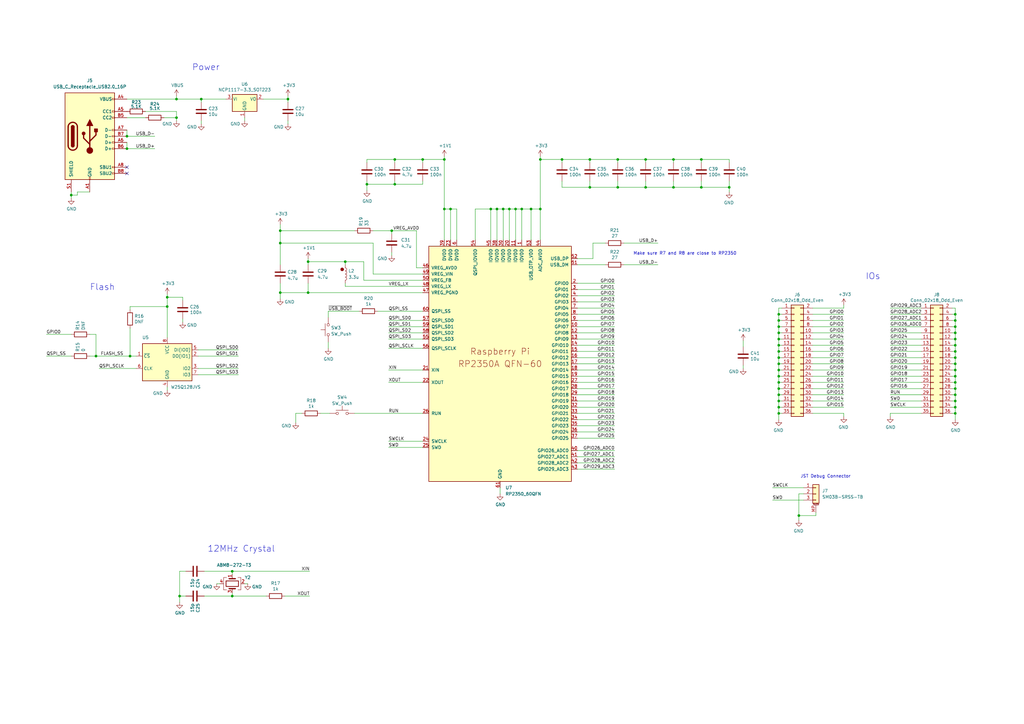
<source format=kicad_sch>
(kicad_sch (version 20231120) (generator "eeschema") (generator_version "8.0")
  (paper "A3")
  (junction (at 211.455 85.725))
  (junction (at 173.355 65.405))
  (junction (at 114.935 120.015))
  (junction (at 213.995 85.725))
  (junction (at 391.795 131.445))
  (junction (at 319.405 151.765))
  (junction (at 327.66 211.455))
  (junction (at 114.935 99.695))
  (junction (at 319.405 164.465))
  (junction (at 182.245 65.405))
  (junction (at 241.935 76.835))
  (junction (at 203.835 85.725))
  (junction (at 319.405 146.685))
  (junction (at 264.795 76.835))
  (junction (at 276.225 76.835))
  (junction (at 391.795 144.145))
  (junction (at 68.58 125.73))
  (junction (at 391.795 164.465))
  (junction (at 319.405 154.305))
  (junction (at 319.405 131.445))
  (junction (at 95.25 244.475))
  (junction (at 391.795 156.845))
  (junction (at 126.365 120.015))
  (junction (at 391.795 154.305))
  (junction (at 391.795 169.545))
  (junction (at 221.615 85.725))
  (junction (at 319.405 141.605))
  (junction (at 253.365 65.405))
  (junction (at 319.405 149.225))
  (junction (at 319.405 159.385))
  (junction (at 391.795 136.525))
  (junction (at 319.405 167.005))
  (junction (at 150.495 75.565))
  (junction (at 217.805 85.725))
  (junction (at 319.405 144.145))
  (junction (at 391.795 146.685))
  (junction (at 241.935 65.405))
  (junction (at 118.11 40.64))
  (junction (at 126.365 107.315))
  (junction (at 114.935 94.615))
  (junction (at 73.66 244.475))
  (junction (at 68.58 121.92))
  (junction (at 391.795 149.225))
  (junction (at 52.07 60.96))
  (junction (at 391.795 139.065))
  (junction (at 160.655 94.615))
  (junction (at 72.39 40.64))
  (junction (at 29.21 80.01))
  (junction (at 319.405 161.925))
  (junction (at 253.365 76.835))
  (junction (at 201.295 85.725))
  (junction (at 39.37 146.05))
  (junction (at 287.655 65.405))
  (junction (at 391.795 133.985))
  (junction (at 287.655 76.835))
  (junction (at 72.39 48.26))
  (junction (at 206.375 85.725))
  (junction (at 182.245 85.725))
  (junction (at 391.795 167.005))
  (junction (at 276.225 65.405))
  (junction (at 264.795 65.405))
  (junction (at 319.405 169.545))
  (junction (at 53.34 146.05))
  (junction (at 161.925 65.405))
  (junction (at 208.915 85.725))
  (junction (at 319.405 136.525))
  (junction (at 319.405 139.065))
  (junction (at 221.615 65.405))
  (junction (at 391.795 128.905))
  (junction (at 319.405 133.985))
  (junction (at 184.785 85.725))
  (junction (at 391.795 161.925))
  (junction (at 230.505 65.405))
  (junction (at 141.605 107.315))
  (junction (at 52.07 55.88))
  (junction (at 161.925 75.565))
  (junction (at 319.405 128.905))
  (junction (at 95.25 234.315))
  (junction (at 391.795 159.385))
  (junction (at 319.405 156.845))
  (junction (at 391.795 141.605))
  (junction (at 299.085 76.835))
  (junction (at 391.795 151.765))
  (junction (at 82.55 40.64))
  (no_connect (at 52.07 71.12))
  (no_connect (at 52.07 68.58))
  (wire (pts (xy 149.225 114.935) (xy 149.225 107.315)))
  (wire (pts (xy 304.8 149.86) (xy 304.8 151.13)))
  (wire (pts (xy 221.615 65.405) (xy 230.505 65.405)))
  (wire (pts (xy 391.795 146.685) (xy 391.795 149.225)))
  (wire (pts (xy 74.93 130.81) (xy 74.93 132.08)))
  (wire (pts (xy 173.355 127.635) (xy 154.94 127.635)))
  (wire (pts (xy 100.33 48.26) (xy 100.33 49.53)))
  (wire (pts (xy 390.525 154.305) (xy 391.795 154.305)))
  (wire (pts (xy 319.405 151.765) (xy 319.405 154.305)))
  (wire (pts (xy 95.25 244.475) (xy 109.22 244.475)))
  (wire (pts (xy 170.815 109.855) (xy 173.355 109.855)))
  (wire (pts (xy 391.795 167.005) (xy 391.795 169.545)))
  (wire (pts (xy 173.355 142.875) (xy 159.385 142.875)))
  (wire (pts (xy 159.385 133.985) (xy 173.355 133.985)))
  (wire (pts (xy 72.39 39.37) (xy 72.39 40.64)))
  (wire (pts (xy 236.855 123.825) (xy 252.095 123.825)))
  (wire (pts (xy 390.525 126.365) (xy 391.795 126.365)))
  (wire (pts (xy 81.28 146.05) (xy 97.79 146.05)))
  (wire (pts (xy 19.05 137.16) (xy 29.21 137.16)))
  (wire (pts (xy 150.495 74.295) (xy 150.495 75.565)))
  (wire (pts (xy 287.655 66.675) (xy 287.655 65.405)))
  (wire (pts (xy 236.855 126.365) (xy 252.095 126.365)))
  (wire (pts (xy 131.445 169.545) (xy 135.255 169.545)))
  (wire (pts (xy 123.825 169.545) (xy 121.285 169.545)))
  (wire (pts (xy 319.405 128.905) (xy 319.405 131.445)))
  (wire (pts (xy 31.75 78.74) (xy 36.83 78.74)))
  (wire (pts (xy 114.935 94.615) (xy 114.935 99.695)))
  (wire (pts (xy 114.935 99.695) (xy 114.935 108.585)))
  (wire (pts (xy 346.075 151.765) (xy 333.375 151.765)))
  (wire (pts (xy 81.28 143.51) (xy 97.79 143.51)))
  (wire (pts (xy 203.835 98.425) (xy 203.835 85.725)))
  (wire (pts (xy 391.795 149.225) (xy 391.795 151.765)))
  (wire (pts (xy 141.605 117.475) (xy 141.605 116.205)))
  (wire (pts (xy 346.075 139.065) (xy 333.375 139.065)))
  (wire (pts (xy 320.675 128.905) (xy 319.405 128.905)))
  (wire (pts (xy 160.655 94.615) (xy 160.655 95.885)))
  (wire (pts (xy 236.855 146.685) (xy 252.095 146.685)))
  (wire (pts (xy 391.795 151.765) (xy 391.795 154.305)))
  (wire (pts (xy 365.125 170.815) (xy 365.125 169.545)))
  (wire (pts (xy 390.525 139.065) (xy 391.795 139.065)))
  (wire (pts (xy 391.795 126.365) (xy 391.795 128.905)))
  (wire (pts (xy 72.39 45.72) (xy 72.39 48.26)))
  (wire (pts (xy 390.525 169.545) (xy 391.795 169.545)))
  (wire (pts (xy 236.855 106.045) (xy 243.205 106.045)))
  (wire (pts (xy 83.82 244.475) (xy 95.25 244.475)))
  (wire (pts (xy 320.675 167.005) (xy 319.405 167.005)))
  (wire (pts (xy 377.825 131.445) (xy 365.125 131.445)))
  (wire (pts (xy 377.825 151.765) (xy 365.125 151.765)))
  (wire (pts (xy 208.915 98.425) (xy 208.915 85.725)))
  (wire (pts (xy 241.935 65.405) (xy 253.365 65.405)))
  (wire (pts (xy 346.075 149.225) (xy 333.375 149.225)))
  (wire (pts (xy 377.825 136.525) (xy 365.125 136.525)))
  (wire (pts (xy 236.855 169.545) (xy 252.095 169.545)))
  (wire (pts (xy 74.93 121.92) (xy 68.58 121.92)))
  (wire (pts (xy 236.855 192.405) (xy 252.095 192.405)))
  (wire (pts (xy 95.25 234.315) (xy 127 234.315)))
  (wire (pts (xy 320.675 131.445) (xy 319.405 131.445)))
  (wire (pts (xy 319.405 131.445) (xy 319.405 133.985)))
  (wire (pts (xy 320.675 161.925) (xy 319.405 161.925)))
  (wire (pts (xy 243.205 99.695) (xy 248.285 99.695)))
  (wire (pts (xy 236.855 184.785) (xy 252.095 184.785)))
  (wire (pts (xy 390.525 133.985) (xy 391.795 133.985)))
  (wire (pts (xy 377.825 159.385) (xy 365.125 159.385)))
  (wire (pts (xy 159.385 131.445) (xy 173.355 131.445)))
  (wire (pts (xy 236.855 154.305) (xy 252.095 154.305)))
  (wire (pts (xy 346.075 144.145) (xy 333.375 144.145)))
  (wire (pts (xy 327.66 211.455) (xy 334.645 211.455)))
  (wire (pts (xy 264.795 76.835) (xy 253.365 76.835)))
  (wire (pts (xy 319.405 139.065) (xy 319.405 141.605)))
  (wire (pts (xy 134.62 127.635) (xy 134.62 130.175)))
  (wire (pts (xy 319.405 159.385) (xy 319.405 161.925)))
  (wire (pts (xy 36.83 146.05) (xy 39.37 146.05)))
  (wire (pts (xy 319.405 169.545) (xy 319.405 172.085)))
  (wire (pts (xy 320.675 139.065) (xy 319.405 139.065)))
  (wire (pts (xy 299.085 66.675) (xy 299.085 65.405)))
  (wire (pts (xy 126.365 120.015) (xy 173.355 120.015)))
  (wire (pts (xy 31.75 78.74) (xy 31.75 80.01)))
  (wire (pts (xy 221.615 65.405) (xy 221.615 85.725)))
  (wire (pts (xy 320.675 144.145) (xy 319.405 144.145)))
  (wire (pts (xy 390.525 128.905) (xy 391.795 128.905)))
  (wire (pts (xy 253.365 76.835) (xy 241.935 76.835)))
  (wire (pts (xy 63.5 55.88) (xy 52.07 55.88)))
  (wire (pts (xy 53.34 127) (xy 53.34 125.73)))
  (wire (pts (xy 346.075 141.605) (xy 333.375 141.605)))
  (wire (pts (xy 206.375 98.425) (xy 206.375 85.725)))
  (wire (pts (xy 377.825 141.605) (xy 365.125 141.605)))
  (wire (pts (xy 72.39 40.64) (xy 82.55 40.64)))
  (wire (pts (xy 276.225 66.675) (xy 276.225 65.405)))
  (wire (pts (xy 116.84 244.475) (xy 127 244.475)))
  (wire (pts (xy 114.935 116.205) (xy 114.935 120.015)))
  (wire (pts (xy 161.925 65.405) (xy 173.355 65.405)))
  (wire (pts (xy 92.71 40.64) (xy 82.55 40.64)))
  (wire (pts (xy 320.675 164.465) (xy 319.405 164.465)))
  (wire (pts (xy 182.245 65.405) (xy 182.245 85.725)))
  (wire (pts (xy 390.525 141.605) (xy 391.795 141.605)))
  (wire (pts (xy 391.795 169.545) (xy 391.795 172.085)))
  (wire (pts (xy 173.355 66.675) (xy 173.355 65.405)))
  (wire (pts (xy 121.285 169.545) (xy 121.285 173.355)))
  (wire (pts (xy 19.05 146.05) (xy 29.21 146.05)))
  (wire (pts (xy 243.205 99.695) (xy 243.205 106.045)))
  (wire (pts (xy 173.355 156.845) (xy 159.385 156.845)))
  (wire (pts (xy 391.795 131.445) (xy 391.795 133.985)))
  (wire (pts (xy 107.95 40.64) (xy 118.11 40.64)))
  (wire (pts (xy 320.675 149.225) (xy 319.405 149.225)))
  (wire (pts (xy 63.5 60.96) (xy 52.07 60.96)))
  (wire (pts (xy 173.355 180.975) (xy 159.385 180.975)))
  (wire (pts (xy 68.58 158.75) (xy 68.58 160.02)))
  (wire (pts (xy 150.495 75.565) (xy 150.495 78.105)))
  (wire (pts (xy 118.11 41.91) (xy 118.11 40.64)))
  (wire (pts (xy 52.07 48.26) (xy 59.69 48.26)))
  (wire (pts (xy 319.405 156.845) (xy 319.405 159.385)))
  (wire (pts (xy 390.525 149.225) (xy 391.795 149.225)))
  (wire (pts (xy 230.505 65.405) (xy 241.935 65.405)))
  (wire (pts (xy 52.07 40.64) (xy 72.39 40.64)))
  (wire (pts (xy 114.935 120.015) (xy 114.935 122.555)))
  (wire (pts (xy 95.25 235.585) (xy 95.25 234.315)))
  (wire (pts (xy 72.39 49.53) (xy 72.39 48.26)))
  (wire (pts (xy 194.945 85.725) (xy 201.295 85.725)))
  (wire (pts (xy 320.675 146.685) (xy 319.405 146.685)))
  (wire (pts (xy 236.855 149.225) (xy 252.095 149.225)))
  (wire (pts (xy 236.855 172.085) (xy 252.095 172.085)))
  (wire (pts (xy 236.855 128.905) (xy 252.095 128.905)))
  (wire (pts (xy 118.11 40.64) (xy 118.11 39.37)))
  (wire (pts (xy 173.355 114.935) (xy 149.225 114.935)))
  (wire (pts (xy 346.075 154.305) (xy 333.375 154.305)))
  (wire (pts (xy 299.085 74.295) (xy 299.085 76.835)))
  (wire (pts (xy 126.365 106.045) (xy 126.365 107.315)))
  (wire (pts (xy 114.935 92.075) (xy 114.935 94.615)))
  (wire (pts (xy 319.405 133.985) (xy 319.405 136.525)))
  (wire (pts (xy 287.655 74.295) (xy 287.655 76.835)))
  (wire (pts (xy 276.225 65.405) (xy 287.655 65.405)))
  (wire (pts (xy 150.495 75.565) (xy 161.925 75.565)))
  (wire (pts (xy 334.645 210.185) (xy 334.645 211.455)))
  (wire (pts (xy 390.525 161.925) (xy 391.795 161.925)))
  (wire (pts (xy 287.655 76.835) (xy 276.225 76.835)))
  (wire (pts (xy 236.855 116.205) (xy 252.095 116.205)))
  (wire (pts (xy 39.37 146.05) (xy 53.34 146.05)))
  (wire (pts (xy 391.795 159.385) (xy 391.795 161.925)))
  (wire (pts (xy 236.855 167.005) (xy 252.095 167.005)))
  (wire (pts (xy 346.075 126.365) (xy 333.375 126.365)))
  (wire (pts (xy 390.525 144.145) (xy 391.795 144.145)))
  (wire (pts (xy 320.675 136.525) (xy 319.405 136.525)))
  (wire (pts (xy 182.245 64.135) (xy 182.245 65.405)))
  (wire (pts (xy 390.525 159.385) (xy 391.795 159.385)))
  (wire (pts (xy 173.355 75.565) (xy 173.355 74.295)))
  (wire (pts (xy 319.405 167.005) (xy 319.405 169.545)))
  (wire (pts (xy 150.495 66.675) (xy 150.495 65.405)))
  (wire (pts (xy 159.385 139.065) (xy 173.355 139.065)))
  (wire (pts (xy 390.525 156.845) (xy 391.795 156.845)))
  (wire (pts (xy 211.455 98.425) (xy 211.455 85.725)))
  (wire (pts (xy 253.365 66.675) (xy 253.365 65.405)))
  (wire (pts (xy 236.855 161.925) (xy 252.095 161.925)))
  (wire (pts (xy 83.82 234.315) (xy 95.25 234.315)))
  (wire (pts (xy 320.675 159.385) (xy 319.405 159.385)))
  (wire (pts (xy 346.075 161.925) (xy 333.375 161.925)))
  (wire (pts (xy 319.405 146.685) (xy 319.405 149.225)))
  (wire (pts (xy 39.37 137.16) (xy 39.37 146.05)))
  (wire (pts (xy 287.655 65.405) (xy 299.085 65.405)))
  (wire (pts (xy 211.455 85.725) (xy 213.995 85.725)))
  (wire (pts (xy 206.375 85.725) (xy 208.915 85.725)))
  (wire (pts (xy 241.935 66.675) (xy 241.935 65.405)))
  (wire (pts (xy 88.9 239.395) (xy 90.17 239.395)))
  (wire (pts (xy 36.83 137.16) (xy 39.37 137.16)))
  (wire (pts (xy 173.355 183.515) (xy 159.385 183.515)))
  (wire (pts (xy 236.855 108.585) (xy 248.285 108.585)))
  (wire (pts (xy 287.655 76.835) (xy 299.085 76.835)))
  (wire (pts (xy 141.605 107.315) (xy 141.605 108.585)))
  (wire (pts (xy 377.825 144.145) (xy 365.125 144.145)))
  (wire (pts (xy 327.66 211.455) (xy 327.66 213.36)))
  (wire (pts (xy 159.385 151.765) (xy 173.355 151.765)))
  (wire (pts (xy 126.365 108.585) (xy 126.365 107.315)))
  (wire (pts (xy 346.075 156.845) (xy 333.375 156.845)))
  (wire (pts (xy 161.925 66.675) (xy 161.925 65.405)))
  (wire (pts (xy 304.8 139.7) (xy 304.8 142.24)))
  (wire (pts (xy 217.805 98.425) (xy 217.805 85.725)))
  (wire (pts (xy 68.58 125.73) (xy 68.58 138.43)))
  (wire (pts (xy 391.795 139.065) (xy 391.795 141.605)))
  (wire (pts (xy 327.66 202.565) (xy 327.66 211.455)))
  (wire (pts (xy 236.855 121.285) (xy 252.095 121.285)))
  (wire (pts (xy 253.365 65.405) (xy 264.795 65.405)))
  (wire (pts (xy 346.075 167.005) (xy 333.375 167.005)))
  (wire (pts (xy 221.615 64.135) (xy 221.615 65.405)))
  (wire (pts (xy 299.085 76.835) (xy 299.085 78.74)))
  (wire (pts (xy 201.295 85.725) (xy 203.835 85.725)))
  (wire (pts (xy 53.34 125.73) (xy 68.58 125.73)))
  (wire (pts (xy 194.945 98.425) (xy 194.945 85.725)))
  (wire (pts (xy 153.035 99.695) (xy 153.035 112.395)))
  (wire (pts (xy 95.25 243.205) (xy 95.25 244.475)))
  (wire (pts (xy 319.405 154.305) (xy 319.405 156.845)))
  (wire (pts (xy 68.58 120.65) (xy 68.58 121.92)))
  (wire (pts (xy 149.225 107.315) (xy 141.605 107.315)))
  (wire (pts (xy 377.825 154.305) (xy 365.125 154.305)))
  (wire (pts (xy 377.825 146.685) (xy 365.125 146.685)))
  (wire (pts (xy 320.675 133.985) (xy 319.405 133.985)))
  (wire (pts (xy 236.855 187.325) (xy 252.095 187.325)))
  (wire (pts (xy 390.525 167.005) (xy 391.795 167.005)))
  (wire (pts (xy 346.075 169.545) (xy 333.375 169.545)))
  (wire (pts (xy 134.62 140.335) (xy 134.62 142.875)))
  (wire (pts (xy 390.525 164.465) (xy 391.795 164.465)))
  (wire (pts (xy 329.565 202.565) (xy 327.66 202.565)))
  (wire (pts (xy 81.28 151.13) (xy 97.79 151.13)))
  (wire (pts (xy 53.34 146.05) (xy 55.88 146.05)))
  (wire (pts (xy 390.525 151.765) (xy 391.795 151.765)))
  (wire (pts (xy 319.405 161.925) (xy 319.405 164.465)))
  (wire (pts (xy 81.28 153.67) (xy 97.79 153.67)))
  (wire (pts (xy 320.675 169.545) (xy 319.405 169.545)))
  (wire (pts (xy 236.855 179.705) (xy 252.095 179.705)))
  (wire (pts (xy 53.34 134.62) (xy 53.34 146.05)))
  (wire (pts (xy 236.855 177.165) (xy 252.095 177.165)))
  (wire (pts (xy 208.915 85.725) (xy 211.455 85.725)))
  (wire (pts (xy 391.795 144.145) (xy 391.795 146.685)))
  (wire (pts (xy 377.825 149.225) (xy 365.125 149.225)))
  (wire (pts (xy 377.825 126.365) (xy 365.125 126.365)))
  (wire (pts (xy 391.795 154.305) (xy 391.795 156.845)))
  (wire (pts (xy 391.795 133.985) (xy 391.795 136.525)))
  (wire (pts (xy 377.825 139.065) (xy 365.125 139.065)))
  (wire (pts (xy 72.39 48.26) (xy 67.31 48.26)))
  (wire (pts (xy 68.58 121.92) (xy 68.58 125.73)))
  (wire (pts (xy 73.66 234.315) (xy 73.66 244.475)))
  (wire (pts (xy 346.075 146.685) (xy 333.375 146.685)))
  (wire (pts (xy 377.825 133.985) (xy 365.125 133.985)))
  (wire (pts (xy 236.855 136.525) (xy 252.095 136.525)))
  (wire (pts (xy 346.075 131.445) (xy 333.375 131.445)))
  (wire (pts (xy 182.245 85.725) (xy 182.245 98.425)))
  (wire (pts (xy 377.825 156.845) (xy 365.125 156.845)))
  (wire (pts (xy 221.615 85.725) (xy 221.615 98.425)))
  (wire (pts (xy 346.075 133.985) (xy 333.375 133.985)))
  (wire (pts (xy 161.925 75.565) (xy 173.355 75.565)))
  (wire (pts (xy 255.905 99.695) (xy 269.875 99.695)))
  (wire (pts (xy 391.795 156.845) (xy 391.795 159.385)))
  (wire (pts (xy 377.825 128.905) (xy 365.125 128.905)))
  (wire (pts (xy 319.405 164.465) (xy 319.405 167.005)))
  (wire (pts (xy 100.33 239.395) (xy 101.6 239.395)))
  (wire (pts (xy 82.55 41.91) (xy 82.55 40.64)))
  (wire (pts (xy 391.795 141.605) (xy 391.795 144.145)))
  (wire (pts (xy 255.905 108.585) (xy 269.875 108.585)))
  (wire (pts (xy 118.11 49.53) (xy 118.11 50.8)))
  (wire (pts (xy 264.795 74.295) (xy 264.795 76.835)))
  (wire (pts (xy 236.855 139.065) (xy 252.095 139.065)))
  (wire (pts (xy 276.225 74.295) (xy 276.225 76.835)))
  (wire (pts (xy 160.655 94.615) (xy 170.815 94.615)))
  (wire (pts (xy 29.21 80.01) (xy 29.21 81.28)))
  (wire (pts (xy 184.785 85.725) (xy 187.325 85.725)))
  (wire (pts (xy 141.605 117.475) (xy 173.355 117.475)))
  (wire (pts (xy 391.795 161.925) (xy 391.795 164.465)))
  (wire (pts (xy 150.495 65.405) (xy 161.925 65.405)))
  (wire (pts (xy 276.225 76.835) (xy 264.795 76.835)))
  (wire (pts (xy 203.835 85.725) (xy 206.375 85.725)))
  (wire (pts (xy 236.855 144.145) (xy 252.095 144.145)))
  (wire (pts (xy 145.415 169.545) (xy 173.355 169.545)))
  (wire (pts (xy 161.925 74.295) (xy 161.925 75.565)))
  (wire (pts (xy 320.675 151.765) (xy 319.405 151.765)))
  (wire (pts (xy 126.365 107.315) (xy 141.605 107.315)))
  (wire (pts (xy 217.805 85.725) (xy 221.615 85.725)))
  (wire (pts (xy 52.07 53.34) (xy 52.07 55.88)))
  (wire (pts (xy 170.815 94.615) (xy 170.815 109.855)))
  (wire (pts (xy 236.855 133.985) (xy 252.095 133.985)))
  (wire (pts (xy 236.855 174.625) (xy 252.095 174.625)))
  (wire (pts (xy 316.865 200.025) (xy 329.565 200.025)))
  (wire (pts (xy 213.995 85.725) (xy 217.805 85.725)))
  (wire (pts (xy 76.2 244.475) (xy 73.66 244.475)))
  (wire (pts (xy 377.825 161.925) (xy 365.125 161.925)))
  (wire (pts (xy 213.995 85.725) (xy 213.995 98.425)))
  (wire (pts (xy 264.795 66.675) (xy 264.795 65.405)))
  (wire (pts (xy 40.64 151.13) (xy 55.88 151.13)))
  (wire (pts (xy 236.855 118.745) (xy 252.095 118.745)))
  (wire (pts (xy 319.405 136.525) (xy 319.405 139.065)))
  (wire (pts (xy 319.405 141.605) (xy 319.405 144.145)))
  (wire (pts (xy 253.365 74.295) (xy 253.365 76.835)))
  (wire (pts (xy 320.675 141.605) (xy 319.405 141.605)))
  (wire (pts (xy 31.75 80.01) (xy 29.21 80.01)))
  (wire (pts (xy 160.655 104.775) (xy 160.655 103.505)))
  (wire (pts (xy 236.855 159.385) (xy 252.095 159.385)))
  (wire (pts (xy 377.825 167.005) (xy 365.125 167.005)))
  (wire (pts (xy 391.795 164.465) (xy 391.795 167.005)))
  (wire (pts (xy 114.935 120.015) (xy 126.365 120.015)))
  (wire (pts (xy 236.855 131.445) (xy 252.095 131.445)))
  (wire (pts (xy 184.785 98.425) (xy 184.785 85.725)))
  (wire (pts (xy 184.785 85.725) (xy 182.245 85.725)))
  (wire (pts (xy 59.69 45.72) (xy 72.39 45.72)))
  (wire (pts (xy 29.21 78.74) (xy 29.21 80.01)))
  (wire (pts (xy 236.855 151.765) (xy 252.095 151.765)))
  (wire (pts (xy 390.525 131.445) (xy 391.795 131.445)))
  (wire (pts (xy 320.675 154.305) (xy 319.405 154.305)))
  (wire (pts (xy 205.105 200.025) (xy 205.105 202.565)))
  (wire (pts (xy 52.07 58.42) (xy 52.07 60.96)))
  (wire (pts (xy 173.355 65.405) (xy 182.245 65.405)))
  (wire (pts (xy 319.405 126.365) (xy 319.405 128.905)))
  (wire (pts (xy 346.075 126.365) (xy 346.075 125.095)))
  (wire (pts (xy 201.295 98.425) (xy 201.295 85.725)))
  (wire (pts (xy 346.075 136.525) (xy 333.375 136.525)))
  (wire (pts (xy 159.385 136.525) (xy 173.355 136.525)))
  (wire (pts (xy 319.405 149.225) (xy 319.405 151.765)))
  (wire (pts (xy 76.2 234.315) (xy 73.66 234.315)))
  (wire (pts (xy 346.075 164.465) (xy 333.375 164.465)))
  (wire (pts (xy 73.66 244.475) (xy 73.66 247.015)))
  (wire (pts (xy 365.125 169.545) (xy 377.825 169.545)))
  (wire (pts (xy 236.855 164.465) (xy 252.095 164.465)))
  (wire (pts (xy 241.935 74.295) (xy 241.935 76.835)))
  (wire (pts (xy 264.795 65.405) (xy 276.225 65.405)))
  (wire (pts (xy 320.675 156.845) (xy 319.405 156.845)))
  (wire (pts (xy 147.32 127.635) (xy 134.62 127.635)))
  (wire (pts (xy 377.825 164.465) (xy 365.125 164.465)))
  (wire (pts (xy 236.855 141.605) (xy 252.095 141.605)))
  (wire (pts (xy 391.795 136.525) (xy 391.795 139.065)))
  (wire (pts (xy 241.935 76.835) (xy 230.505 76.835)))
  (wire (pts (xy 153.035 94.615) (xy 160.655 94.615)))
  (wire (pts (xy 230.505 66.675) (xy 230.505 65.405)))
  (wire (pts (xy 346.075 170.815) (xy 346.075 169.545)))
  (wire (pts (xy 320.675 126.365) (xy 319.405 126.365)))
  (wire (pts (xy 236.855 156.845) (xy 252.095 156.845)))
  (wire (pts (xy 346.075 159.385) (xy 333.375 159.385)))
  (wire (pts (xy 82.55 49.53) (xy 82.55 50.8)))
  (wire (pts (xy 346.075 128.905) (xy 333.375 128.905)))
  (wire (pts (xy 316.865 205.105) (xy 329.565 205.105)))
  (wire (pts (xy 391.795 128.905) (xy 391.795 131.445)))
  (wire (pts (xy 153.035 112.395) (xy 173.355 112.395)))
  (wire (pts (xy 74.93 123.19) (xy 74.93 121.92)))
  (wire (pts (xy 390.525 136.525) (xy 391.795 136.525)))
  (wire (pts (xy 126.365 116.205) (xy 126.365 120.015)))
  (wire (pts (xy 114.935 94.615) (xy 145.415 94.615)))
  (wire (pts (xy 390.525 146.685) (xy 391.795 146.685)))
  (wire (pts (xy 187.325 85.725) (xy 187.325 98.425)))
  (wire (pts (xy 319.405 144.145) (xy 319.405 146.685)))
  (wire (pts (xy 114.935 99.695) (xy 153.035 99.695)))
  (wire (pts (xy 236.855 189.865) (xy 252.095 189.865)))
  (wire (pts (xy 230.505 74.295) (xy 230.505 76.835)))
  (circle (center 140.335 110.49) (radius 0.635) (stroke (width 0) (color 132 0 0 1)) (fill (type color) (color 132 0 0 1)))
  (text "Power" (at 78.74 29.21 0) (effects (font (size 2.54 2.54)) (justify left bottom)))
  (text "Flash" (at 36.83 119.38 0) (effects (font (size 2.54 2.54)) (justify left bottom)))
  (text "Make sure R7 and R8 are close to RP2350\n" (at 259.715 104.775 0) (effects (font (size 1.27 1.27)) (justify left bottom)))
  (text "12MHz Crystal" (at 85.09 226.695 0) (effects (font (size 2.54 2.54)) (justify left bottom)))
  (text "IOs" (at 354.965 114.935 0) (effects (font (size 2.54 2.54)) (justify left bottom)))
  (text "JST Debug Connector" (at 328.295 196.215 0) (effects (font (size 1.27 1.27)) (justify left bottom)))
  (label "GPIO6" (at 346.075 144.145 180))
  (label "XOUT" (at 127 244.475 180))
  (label "USB_D+" (at 63.5 60.96 180))
  (label "VREG_AVDD" (at 161.29 94.615 0))
  (label "QSPI_SD3" (at 159.385 139.065 0))
  (label "GPIO9" (at 346.075 151.765 180))
  (label "GPIO8" (at 346.075 149.225 180))
  (label "GPIO0" (at 252.095 116.205 180))
  (label "GPIO25" (at 252.095 179.705 180))
  (label "GPIO18" (at 365.125 154.305 0))
  (label "GPIO2" (at 346.075 133.985 180))
  (label "GPIO19" (at 252.095 164.465 180))
  (label "GPIO22" (at 252.095 172.085 180))
  (label "GPIO4" (at 346.075 139.065 180))
  (label "GPIO26_ADC0" (at 252.095 184.785 180))
  (label "SWD" (at 159.385 183.515 0))
  (label "GPIO27_ADC1" (at 252.095 187.325 180))
  (label "GPIO3" (at 346.075 136.525 180))
  (label "QSPI_SD1" (at 159.385 133.985 0))
  (label "GPIO28_ADC2" (at 252.095 189.865 180))
  (label "QSPI_SCLK" (at 40.64 151.13 0))
  (label "XIN" (at 159.385 151.765 0))
  (label "VREG_LX" (at 159.385 117.475 0))
  (label "GPIO10" (at 346.075 154.305 180))
  (label "GPIO11" (at 346.075 156.845 180))
  (label "GPIO23" (at 365.125 141.605 0))
  (label "GPIO20" (at 252.095 167.005 180))
  (label "GPIO14" (at 346.075 164.465 180))
  (label "GPIO12" (at 252.095 146.685 180))
  (label "GPIO15" (at 346.075 167.005 180))
  (label "GPIO25" (at 365.125 136.525 0))
  (label "GPIO17" (at 252.095 159.385 180))
  (label "SWCLK" (at 365.125 167.005 0))
  (label "GPIO10" (at 252.095 141.605 180))
  (label "GPIO16" (at 252.095 156.845 180))
  (label "QSPI_SD1" (at 97.79 146.05 180))
  (label "RUN" (at 365.125 161.925 0))
  (label "USB_D-" (at 63.5 55.88 180))
  (label "USB_D+" (at 269.875 99.695 180))
  (label "RUN" (at 159.385 169.545 0))
  (label "XIN" (at 127 234.315 180))
  (label "GPIO21" (at 252.095 169.545 180))
  (label "GPIO17" (at 365.125 156.845 0))
  (label "GPIO18" (at 252.095 161.925 180))
  (label "GPIO24" (at 365.125 139.065 0))
  (label "GPIO27_ADC1" (at 365.125 131.445 0))
  (label "GPIO11" (at 252.095 144.145 180))
  (label "FLASH_SS" (at 41.275 146.05 0))
  (label "GPIO26_ADC0" (at 365.125 133.985 0))
  (label "SWCLK" (at 159.385 180.975 0))
  (label "XOUT" (at 159.385 156.845 0))
  (label "GPIO2" (at 252.095 121.285 180))
  (label "SWD" (at 365.125 164.465 0))
  (label "GPIO0" (at 19.05 137.16 0))
  (label "GPIO8" (at 252.095 136.525 180))
  (label "~{USB_BOOT}" (at 134.62 127.635 0))
  (label "GPIO20" (at 365.125 149.225 0))
  (label "QSPI_SCLK" (at 159.385 142.875 0))
  (label "GPIO6" (at 252.095 131.445 180))
  (label "GPIO29_ADC3" (at 365.125 126.365 0))
  (label "GPIO7" (at 346.075 146.685 180))
  (label "GPIO4" (at 252.095 126.365 180))
  (label "GPIO13" (at 346.075 161.925 180))
  (label "QSPI_SD2" (at 97.79 151.13 180))
  (label "GPIO28_ADC2" (at 365.125 128.905 0))
  (label "GPIO15" (at 252.095 154.305 180))
  (label "GPIO23" (at 252.095 174.625 180))
  (label "GPIO29_ADC3" (at 252.095 192.405 180))
  (label "QSPI_SS" (at 19.05 146.05 0))
  (label "GPIO22" (at 365.125 144.145 0))
  (label "SWD" (at 316.865 205.105 0))
  (label "SWCLK" (at 316.865 200.025 0))
  (label "GPIO21" (at 365.125 146.685 0))
  (label "GPIO14" (at 252.095 151.765 180))
  (label "GPIO12" (at 346.075 159.385 180))
  (label "GPIO24" (at 252.095 177.165 180))
  (label "USB_D-" (at 269.875 108.585 180))
  (label "QSPI_SD2" (at 159.385 136.525 0))
  (label "GPIO9" (at 252.095 139.065 180))
  (label "QSPI_SD3" (at 97.79 153.67 180))
  (label "GPIO16" (at 365.125 159.385 0))
  (label "QSPI_SD0" (at 97.79 143.51 180))
  (label "GPIO5" (at 346.075 141.605 180))
  (label "GPIO7" (at 252.095 133.985 180))
  (label "GPIO0" (at 346.075 128.905 180))
  (label "QSPI_SD0" (at 159.385 131.445 0))
  (label "GPIO1" (at 346.075 131.445 180))
  (label "GPIO5" (at 252.095 128.905 180))
  (label "GPIO13" (at 252.095 149.225 180))
  (label "GPIO19" (at 365.125 151.765 0))
  (label "QSPI_SS" (at 159.385 127.635 0))
  (label "GPIO1" (at 252.095 118.745 180))
  (label "GPIO3" (at 252.095 123.825 180))
  (symbol (lib_id "Device:C") (at 160.655 99.695 0) (unit 1)
    (property "Reference" "C31" (at 164.465 98.425 0) (effects (justify left)))
    (property "Value" "4.7u" (at 164.465 100.965 0) (effects (justify left)))
    (property "Footprint" "Capacitor_SMD:C_0402_1005Metric" (effects (hide yes)))
  )
  (symbol (lib_id "power:GND") (at 299.085 78.74 0) (mirror y) (unit 1)
    (property "Reference" "#PWR056" (effects (hide yes)))
    (property "Value" "GND" (at 298.958 83.1342 0))
  )
  (symbol (lib_id "power:GND") (at 72.39 49.53 0) (unit 1)
    (property "Reference" "#PWR065" (effects (hide yes)))
    (property "Value" "GND" (at 68.58 50.8 0))
  )
  (symbol (lib_id "power:GND") (at 101.6 239.395 0) (unit 1)
    (property "Reference" "#PWR045" (effects (hide yes)))
    (property "Value" "GND" (at 105.41 240.665 0))
  )
  (symbol (lib_id "Device:C") (at 299.085 70.485 0) (unit 1)
    (property "Reference" "C40" (at 302.006 69.3166 0) (effects (justify left)))
    (property "Value" "100n" (at 302.006 71.628 0) (effects (justify left)))
    (property "Footprint" "Capacitor_SMD:C_0402_1005Metric" (effects (hide yes)))
  )
  (symbol (lib_id "power:+3V3") (at 304.8 139.7 0) (unit 1)
    (property "Reference" "#PWR057" (effects (hide yes)))
    (property "Value" "+3V3" (at 305.181 135.3058 0))
  )
  (symbol (lib_id "Device:C") (at 230.505 70.485 0) (unit 1)
    (property "Reference" "C34" (at 233.426 69.3166 0) (effects (justify left)))
    (property "Value" "100n" (at 233.426 71.628 0) (effects (justify left)))
    (property "Footprint" "Capacitor_SMD:C_0402_1005Metric" (effects (hide yes)))
  )
  (symbol (lib_id "power:+3V3") (at 221.615 64.135 0) (unit 1)
    (property "Reference" "#PWR055" (effects (hide yes)))
    (property "Value" "+3V3" (at 221.996 59.7408 0))
  )
  (symbol (lib_id "Device:C") (at 287.655 70.485 0) (unit 1)
    (property "Reference" "C39" (at 290.576 69.3166 0) (effects (justify left)))
    (property "Value" "100n" (at 290.576 71.628 0) (effects (justify left)))
    (property "Footprint" "Capacitor_SMD:C_0402_1005Metric" (effects (hide yes)))
  )
  (symbol (lib_id "Switch:SW_Push") (at 140.335 169.545 0) (unit 1)
    (property "Reference" "SW4" (at 140.335 162.9242 0))
    (property "Value" "SW_Push" (at 140.335 165.4611 0))
    (property "Footprint" "Button_Switch_SMD:SW_Push_1P1T_NO_Vertical_Wuerth_434133025816" (effects (hide yes)))
  )
  (symbol (lib_id "Device:C") (at 114.935 112.395 0) (unit 1)
    (property "Reference" "C28" (at 117.856 111.5603 0) (effects (justify left)))
    (property "Value" "4.7u" (at 117.856 114.0972 0) (effects (justify left)))
    (property "Footprint" "RP2350_60QFN_minimal:C_0402_1005Metric_small_pads" (effects (hide yes)))
  )
  (symbol (lib_id "Device:R") (at 33.02 137.16 90) (unit 1)
    (property "Reference" "R14" (at 31.8516 135.382 0) (effects (justify left)))
    (property "Value" "DNF" (at 34.163 135.382 0) (effects (justify left)))
    (property "Footprint" "Resistor_SMD:R_0402_1005Metric" (effects (hide yes)))
  )
  (symbol (lib_id "power:GND") (at 365.125 170.815 0) (unit 1)
    (property "Reference" "#PWR063" (effects (hide yes)))
    (property "Value" "GND" (at 365.252 175.2092 0))
  )
  (symbol (lib_id "Device:C") (at 80.01 234.315 270) (unit 1)
    (property "Reference" "C24" (at 81.1784 237.236 0) (effects (justify left)))
    (property "Value" "15p" (at 78.867 237.236 0) (effects (justify left)))
    (property "Footprint" "Capacitor_SMD:C_0402_1005Metric" (effects (hide yes)))
  )
  (symbol (lib_id "Device:C") (at 126.365 112.395 0) (unit 1)
    (property "Reference" "C29" (at 130.175 111.125 0) (effects (justify left)))
    (property "Value" "4.7u" (at 130.175 113.665 0) (effects (justify left)))
    (property "Footprint" "RP2350_60QFN_minimal:C_0402_1005Metric_small_pads" (effects (hide yes)))
  )
  (symbol (lib_id "power:GND") (at 319.405 172.085 0) (mirror y) (unit 1)
    (property "Reference" "#PWR059" (effects (hide yes)))
    (property "Value" "GND" (at 319.278 176.4792 0))
  )
  (symbol (lib_id "Connector:USB_C_Receptacle_USB2.0_16P") (at 36.83 55.88 0) (unit 1)
    (property "Reference" "J5" (at 36.83 33.02 0))
    (property "Value" "USB_C_Receptacle_USB2.0_16P" (at 36.83 35.56 0))
    (property "Datasheet" "https://www.usb.org/sites/default/files/documents/usb_type-c.zip" (effects (hide yes)))
    (property "Description" "USB 2.0-only 16P Type-C Receptacle connector" (effects (hide yes)))
  )
  (symbol (lib_id "Device:C") (at 80.01 244.475 270) (unit 1)
    (property "Reference" "C25" (at 81.1784 247.396 0) (effects (justify left)))
    (property "Value" "15p" (at 78.867 247.396 0) (effects (justify left)))
    (property "Footprint" "Capacitor_SMD:C_0402_1005Metric" (effects (hide yes)))
  )
  (symbol (lib_id "power:GND") (at 160.655 104.775 0) (unit 1)
    (property "Reference" "#PWR052" (effects (hide yes)))
    (property "Value" "GND" (at 156.845 106.045 0))
  )
  (symbol (lib_id "power:GND") (at 68.58 160.02 0) (unit 1)
    (property "Reference" "#PWR039" (effects (hide yes)))
    (property "Value" "GND" (at 64.77 161.29 0))
  )
  (symbol (lib_id "power:GND") (at 29.21 81.28 0) (unit 1)
    (property "Reference" "#PWR034" (effects (hide yes)))
    (property "Value" "GND" (at 29.337 85.6742 0))
  )
  (symbol (lib_id "power:+3V3") (at 68.58 120.65 0) (unit 1)
    (property "Reference" "#PWR038" (effects (hide yes)))
    (property "Value" "+3V3" (at 68.961 116.2558 0))
  )
  (symbol (lib_id "Device:C") (at 304.8 146.05 0) (unit 1)
    (property "Reference" "C41" (at 307.721 144.8816 0) (effects (justify left)))
    (property "Value" "10u" (at 307.721 147.193 0) (effects (justify left)))
    (property "Footprint" "Capacitor_SMD:C_0805_2012Metric" (effects (hide yes)))
  )
  (symbol (lib_id "power:GND") (at 134.62 142.875 0) (unit 1)
    (property "Reference" "#PWR050" (effects (hide yes)))
    (property "Value" "GND" (at 134.747 147.2692 0))
  )
  (symbol (lib_id "Device:C") (at 74.93 127 0) (unit 1)
    (property "Reference" "C26" (at 77.851 125.8316 0) (effects (justify left)))
    (property "Value" "100n" (at 77.851 128.143 0) (effects (justify left)))
    (property "Footprint" "Capacitor_SMD:C_0402_1005Metric" (effects (hide yes)))
  )
  (symbol (lib_id "Device:R") (at 113.03 244.475 270) (unit 1)
    (property "Reference" "R17" (at 113.03 239.2172 90))
    (property "Value" "1k" (at 113.03 241.5286 90))
    (property "Footprint" "Resistor_SMD:R_0402_1005Metric" (effects (hide yes)))
  )
  (symbol (lib_id "Device:Crystal_GND24") (at 95.25 239.395 270) (unit 1)
    (property "Reference" "Y2" (at 100.33 236.855 90) (effects (justify left)))
    (property "Value" "ABM8-272-T3" (at 88.9 231.775 90) (effects (justify left)))
    (property "Footprint" "Crystal:Crystal_SMD_3225-4Pin_3.2x2.5mm" (effects (hide yes)))
  )
  (symbol (lib_id "Memory_Flash:W25Q128JVS") (at 68.58 148.59 0) (unit 1)
    (property "Reference" "U5" (at 59.69 138.43 0))
    (property "Value" "W25Q128JVS" (at 76.2 158.75 0))
    (property "Footprint" "Package_SO:SOIC-8_5.23x5.23mm_P1.27mm" (effects (hide yes)))
    (property "Datasheet" "http://www.winbond.com/resource-files/w25q128jv_dtr%20revc%2003272018%20plus.pdf" (effects (hide yes)))
  )
  (symbol (lib_id "Device:C") (at 241.935 70.485 0) (unit 1)
    (property "Reference" "C35" (at 244.856 69.3166 0) (effects (justify left)))
    (property "Value" "100n" (at 244.856 71.628 0) (effects (justify left)))
    (property "Footprint" "Capacitor_SMD:C_0402_1005Metric" (effects (hide yes)))
  )
  (symbol (lib_id "Device:C") (at 173.355 70.485 0) (unit 1)
    (property "Reference" "C33" (at 176.276 69.3166 0) (effects (justify left)))
    (property "Value" "100n" (at 176.276 71.628 0) (effects (justify left)))
    (property "Footprint" "Capacitor_SMD:C_0402_1005Metric" (effects (hide yes)))
  )
  (symbol (lib_id "Device:R") (at 252.095 108.585 270) (unit 1)
    (property "Reference" "R22" (at 252.095 103.3272 90))
    (property "Value" "27" (at 252.095 105.6386 90))
    (property "Footprint" "Resistor_SMD:R_0402_1005Metric" (effects (hide yes)))
  )
  (symbol (lib_id "power:VBUS") (at 72.39 39.37 0) (unit 1)
    (property "Reference" "#PWR035" (effects (hide yes)))
    (property "Value" "VBUS" (at 72.771 34.9758 0))
  )
  (symbol (lib_id "power:GND") (at 304.8 151.13 0) (unit 1)
    (property "Reference" "#PWR058" (effects (hide yes)))
    (property "Value" "GND" (at 300.99 152.4 0))
  )
  (symbol (lib_id "power:GND") (at 74.93 132.08 0) (unit 1)
    (property "Reference" "#PWR041" (effects (hide yes)))
    (property "Value" "GND" (at 78.74 133.35 0))
  )
  (symbol (lib_id "power:+1V1") (at 126.365 106.045 0) (unit 1)
    (property "Reference" "#PWR049" (effects (hide yes)))
    (property "Value" "+1V1" (at 126.746 101.6508 0))
  )
  (symbol (lib_id "Connector_Generic:Conn_02x18_Odd_Even") (at 325.755 146.685 0) (unit 1)
    (property "Reference" "J6" (at 327.025 120.8532 0))
    (property "Value" "Conn_02x18_Odd_Even" (at 327.025 123.1646 0))
    (property "Footprint" "Connector_PinHeader_2.54mm:PinHeader_2x18_P2.54mm_Vertical" (effects (hide yes)))
  )
  (symbol (lib_id "power:GND") (at 150.495 78.105 0) (unit 1)
    (property "Reference" "#PWR051" (effects (hide yes)))
    (property "Value" "GND" (at 150.622 82.4992 0))
  )
  (symbol (lib_id "Device:R") (at 63.5 48.26 270) (unit 1)
    (property "Reference" "R24" (at 63.5 42.672 90))
    (property "Value" "5.1K" (at 63.5 44.45 90))
    (property "Description" "Resistor" (effects (hide yes)))
  )
  (symbol (lib_id "power:+3V3") (at 114.935 92.075 0) (unit 1)
    (property "Reference" "#PWR046" (effects (hide yes)))
    (property "Value" "+3V3" (at 115.316 87.6808 0))
  )
  (symbol (lib_id "Device:C") (at 150.495 70.485 0) (unit 1)
    (property "Reference" "C30" (at 153.416 69.3166 0) (effects (justify left)))
    (property "Value" "100n" (at 153.416 71.628 0) (effects (justify left)))
    (property "Footprint" "Capacitor_SMD:C_0402_1005Metric" (effects (hide yes)))
  )
  (symbol (lib_id "Device:L") (at 141.605 112.395 0) (unit 1)
    (property "Reference" "L2" (at 142.875 111.125 0) (effects (justify left)))
    (property "Value" "3.3u" (at 142.875 113.665 0) (effects (justify left)))
    (property "Footprint" "RP2350_60QFN_minimal:L_pol_2016" (effects (hide yes)))
  )
  (symbol (lib_id "power:GND") (at 346.075 170.815 0) (mirror y) (unit 1)
    (property "Reference" "#PWR062" (effects (hide yes)))
    (property "Value" "GND" (at 345.948 175.2092 0))
  )
  (symbol (lib_id "Device:C") (at 161.925 70.485 0) (unit 1)
    (property "Reference" "C32" (at 164.846 69.3166 0) (effects (justify left)))
    (property "Value" "4.7u" (at 164.846 71.628 0) (effects (justify left)))
    (property "Footprint" "Capacitor_SMD:C_0402_1005Metric" (effects (hide yes)))
  )
  (symbol (lib_id "power:GND") (at 118.11 50.8 0) (unit 1)
    (property "Reference" "#PWR044" (effects (hide yes)))
    (property "Value" "GND" (at 114.3 52.07 0))
  )
  (symbol (lib_id "power:GND") (at 121.285 173.355 0) (unit 1)
    (property "Reference" "#PWR048" (effects (hide yes)))
    (property "Value" "GND" (at 117.475 174.625 0))
  )
  (symbol (lib_id "power:GND") (at 327.66 213.36 0) (mirror y) (unit 1)
    (property "Reference" "#PWR060" (effects (hide yes)))
    (property "Value" "GND" (at 327.533 217.7542 0))
  )
  (symbol (lib_id "power:+3V3") (at 118.11 39.37 0) (unit 1)
    (property "Reference" "#PWR043" (effects (hide yes)))
    (property "Value" "+3V3" (at 118.491 34.9758 0))
  )
  (symbol (lib_id "power:GND") (at 114.935 122.555 0) (mirror y) (unit 1)
    (property "Reference" "#PWR047" (effects (hide yes)))
    (property "Value" "GND" (at 118.745 123.825 0))
  )
  (symbol (lib_id "Device:C") (at 82.55 45.72 0) (unit 1)
    (property "Reference" "C23" (at 85.471 44.5516 0) (effects (justify left)))
    (property "Value" "10u" (at 85.471 46.863 0) (effects (justify left)))
    (property "Footprint" "Capacitor_SMD:C_0805_2012Metric" (effects (hide yes)))
  )
  (symbol (lib_id "Device:C") (at 118.11 45.72 0) (unit 1)
    (property "Reference" "C27" (at 121.031 44.5516 0) (effects (justify left)))
    (property "Value" "10u" (at 121.031 46.863 0) (effects (justify left)))
    (property "Footprint" "Capacitor_SMD:C_0805_2012Metric" (effects (hide yes)))
  )
  (symbol (lib_id "power:GND") (at 88.9 239.395 0) (unit 1)
    (property "Reference" "#PWR042" (effects (hide yes)))
    (property "Value" "GND" (at 85.09 240.665 0))
  )
  (symbol (lib_id "Device:R") (at 53.34 130.81 0) (unit 1)
    (property "Reference" "R16" (at 55.118 129.6416 0) (effects (justify left)))
    (property "Value" "DNF" (at 55.118 131.953 0) (effects (justify left)))
    (property "Footprint" "Resistor_SMD:R_0402_1005Metric" (effects (hide yes)))
  )
  (symbol (lib_id "power:+1V1") (at 182.245 64.135 0) (unit 1)
    (property "Reference" "#PWR053" (effects (hide yes)))
    (property "Value" "+1V1" (at 182.626 59.7408 0))
  )
  (symbol (lib_id "Device:C") (at 276.225 70.485 0) (unit 1)
    (property "Reference" "C38" (at 279.146 69.3166 0) (effects (justify left)))
    (property "Value" "100n" (at 279.146 71.628 0) (effects (justify left)))
    (property "Footprint" "Capacitor_SMD:C_0402_1005Metric" (effects (hide yes)))
  )
  (symbol (lib_id "MCU_RaspberryPi_RP2350:RP2350_60QFN") (at 205.105 149.225 0) (unit 1)
    (property "Reference" "U7" (at 207.2991 200.025 0) (effects (justify left)))
    (property "Value" "RP2350_60QFN" (at 207.2991 202.565 0) (effects (justify left)))
    (property "Footprint" "RP2350_60QFN_minimal:RP2350-QFN-60-1EP_7x7_P0.4mm_EP3.4x3.4mm_ThermalVias" (effects (hide yes)))
  )
  (symbol (lib_id "Device:R") (at 151.13 127.635 270) (unit 1)
    (property "Reference" "R20" (at 151.13 122.3772 90))
    (property "Value" "1k" (at 151.13 124.6886 90))
    (property "Footprint" "Resistor_SMD:R_0402_1005Metric" (effects (hide yes)))
  )
  (symbol (lib_id "Connector_Generic_MountingPin:Conn_01x03_MountingPin") (at 334.645 202.565 0) (unit 1)
    (property "Reference" "J7" (at 337.185 201.295 0) (effects (justify left)))
    (property "Value" "SM03B-SRSS-TB" (at 337.185 203.835 0) (effects (justify left)))
    (property "Footprint" "Connector_JST:JST_SH_SM03B-SRSS-TB_1x03-1MP_P1.00mm_Horizontal" (effects (hide yes)))
  )
  (symbol (lib_id "power:GND") (at 82.55 50.8 0) (unit 1)
    (property "Reference" "#PWR036" (effects (hide yes)))
    (property "Value" "GND" (at 78.74 52.07 0))
  )
  (symbol (lib_id "Device:R") (at 149.225 94.615 90) (unit 1)
    (property "Reference" "R19" (at 148.0566 92.837 0) (effects (justify left)))
    (property "Value" "33" (at 150.368 92.837 0) (effects (justify left)))
    (property "Footprint" "Resistor_SMD:R_0402_1005Metric" (effects (hide yes)))
  )
  (symbol (lib_id "Device:C") (at 253.365 70.485 0) (unit 1)
    (property "Reference" "C36" (at 256.286 69.3166 0) (effects (justify left)))
    (property "Value" "100n" (at 256.286 71.628 0) (effects (justify left)))
    (property "Footprint" "Capacitor_SMD:C_0402_1005Metric" (effects (hide yes)))
  )
  (symbol (lib_id "Device:C") (at 264.795 70.485 0) (unit 1)
    (property "Reference" "C37" (at 267.716 69.3166 0) (effects (justify left)))
    (property "Value" "100n" (at 267.716 71.628 0) (effects (justify left)))
    (property "Footprint" "Capacitor_SMD:C_0402_1005Metric" (effects (hide yes)))
  )
  (symbol (lib_id "power:GND") (at 391.795 172.085 0) (unit 1)
    (property "Reference" "#PWR064" (effects (hide yes)))
    (property "Value" "GND" (at 391.922 176.4792 0))
  )
  (symbol (lib_id "Connector_Generic:Conn_02x18_Odd_Even") (at 382.905 146.685 0) (unit 1)
    (property "Reference" "J8" (at 384.175 120.8532 0))
    (property "Value" "Conn_02x18_Odd_Even" (at 384.175 123.1646 0))
    (property "Footprint" "Connector_PinHeader_2.54mm:PinHeader_2x18_P2.54mm_Vertical" (effects (hide yes)))
  )
  (symbol (lib_id "Device:R") (at 33.02 146.05 90) (unit 1)
    (property "Reference" "R15" (at 31.8516 144.272 0) (effects (justify left)))
    (property "Value" "0" (at 34.163 144.272 0) (effects (justify left)))
    (property "Footprint" "Resistor_SMD:R_0402_1005Metric" (effects (hide yes)))
  )
  (symbol (lib_id "Device:R") (at 127.635 169.545 270) (unit 1)
    (property "Reference" "R18" (at 127.635 164.2872 90))
    (property "Value" "1k" (at 127.635 166.5986 90))
    (property "Footprint" "Resistor_SMD:R_0402_1005Metric" (effects (hide yes)))
  )
  (symbol (lib_id "Device:R") (at 55.88 45.72 270) (unit 1)
    (property "Reference" "R23" (at 55.88 41.91 90))
    (property "Value" "5.1K" (at 55.88 43.688 90))
    (property "Description" "Resistor" (effects (hide yes)))
  )
  (symbol (lib_id "power:GND") (at 100.33 49.53 0) (unit 1)
    (property "Reference" "#PWR040" (effects (hide yes)))
    (property "Value" "GND" (at 96.52 50.8 0))
  )
  (symbol (lib_id "power:GND") (at 73.66 247.015 0) (unit 1)
    (property "Reference" "#PWR037" (effects (hide yes)))
    (property "Value" "GND" (at 73.787 251.4092 0))
  )
  (symbol (lib_id "power:+3V3") (at 346.075 125.095 0) (unit 1)
    (property "Reference" "#PWR061" (effects (hide yes)))
    (property "Value" "+3V3" (at 346.456 120.7008 0))
  )
  (symbol (lib_id "Regulator_Linear:NCP1117-3.3_SOT223") (at 100.33 40.64 0) (unit 1)
    (property "Reference" "U6" (at 100.33 34.4932 0))
    (property "Value" "NCP1117-3.3_SOT223" (at 100.33 36.8046 0))
    (property "Footprint" "Package_TO_SOT_SMD:SOT-223-3_TabPin2" (effects (hide yes)))
    (property "Datasheet" "http://www.onsemi.com/pub_link/Collateral/NCP1117-D.PDF" (effects (hide yes)))
  )
  (symbol (lib_id "Device:R") (at 252.095 99.695 270) (unit 1)
    (property "Reference" "R21" (at 252.095 94.4372 90))
    (property "Value" "27" (at 252.095 96.7486 90))
    (property "Footprint" "Resistor_SMD:R_0402_1005Metric" (effects (hide yes)))
  )
  (symbol (lib_id "power:GND") (at 205.105 202.565 0) (unit 1)
    (property "Reference" "#PWR054" (effects (hide yes)))
    (property "Value" "GND" (at 205.232 206.9592 0))
  )
  (symbol (lib_id "Switch:SW_Push") (at 134.62 135.255 90) (unit 1)
    (property "Reference" "SW3" (at 135.763 134.4203 90) (effects (justify right)))
    (property "Value" "SW_Push" (at 135.763 136.9572 90) (effects (justify right)))
    (property "Footprint" "Button_Switch_SMD:SW_Push_1P1T_NO_Vertical_Wuerth_434133025816" (effects (hide yes)))
  )
)
</source>
